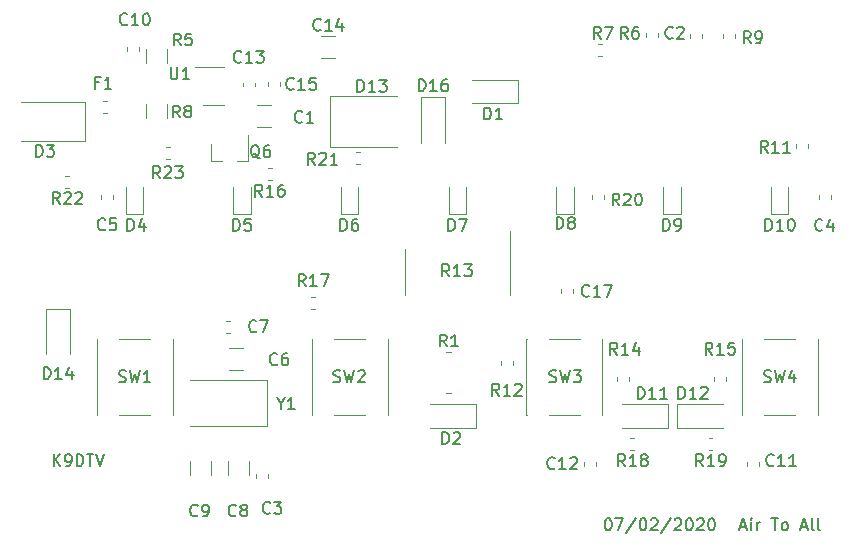
<source format=gbr>
G04 #@! TF.GenerationSoftware,KiCad,Pcbnew,(5.1.5)-3*
G04 #@! TF.CreationDate,2020-08-02T12:18:09-07:00*
G04 #@! TF.ProjectId,4-mill-vent,342d6d69-6c6c-42d7-9665-6e742e6b6963,rev?*
G04 #@! TF.SameCoordinates,Original*
G04 #@! TF.FileFunction,Legend,Top*
G04 #@! TF.FilePolarity,Positive*
%FSLAX46Y46*%
G04 Gerber Fmt 4.6, Leading zero omitted, Abs format (unit mm)*
G04 Created by KiCad (PCBNEW (5.1.5)-3) date 2020-08-02 12:18:09*
%MOMM*%
%LPD*%
G04 APERTURE LIST*
%ADD10C,0.150000*%
%ADD11C,0.120000*%
G04 APERTURE END LIST*
D10*
X105648380Y-108275380D02*
X105648380Y-107275380D01*
X106219809Y-108275380D02*
X105791238Y-107703952D01*
X106219809Y-107275380D02*
X105648380Y-107846809D01*
X106696000Y-108275380D02*
X106886476Y-108275380D01*
X106981714Y-108227761D01*
X107029333Y-108180142D01*
X107124571Y-108037285D01*
X107172190Y-107846809D01*
X107172190Y-107465857D01*
X107124571Y-107370619D01*
X107076952Y-107323000D01*
X106981714Y-107275380D01*
X106791238Y-107275380D01*
X106696000Y-107323000D01*
X106648380Y-107370619D01*
X106600761Y-107465857D01*
X106600761Y-107703952D01*
X106648380Y-107799190D01*
X106696000Y-107846809D01*
X106791238Y-107894428D01*
X106981714Y-107894428D01*
X107076952Y-107846809D01*
X107124571Y-107799190D01*
X107172190Y-107703952D01*
X107600761Y-108275380D02*
X107600761Y-107275380D01*
X107838857Y-107275380D01*
X107981714Y-107323000D01*
X108076952Y-107418238D01*
X108124571Y-107513476D01*
X108172190Y-107703952D01*
X108172190Y-107846809D01*
X108124571Y-108037285D01*
X108076952Y-108132523D01*
X107981714Y-108227761D01*
X107838857Y-108275380D01*
X107600761Y-108275380D01*
X108457904Y-107275380D02*
X109029333Y-107275380D01*
X108743619Y-108275380D02*
X108743619Y-107275380D01*
X109219809Y-107275380D02*
X109553142Y-108275380D01*
X109886476Y-107275380D01*
X152561428Y-112702380D02*
X152656666Y-112702380D01*
X152751904Y-112750000D01*
X152799523Y-112797619D01*
X152847142Y-112892857D01*
X152894761Y-113083333D01*
X152894761Y-113321428D01*
X152847142Y-113511904D01*
X152799523Y-113607142D01*
X152751904Y-113654761D01*
X152656666Y-113702380D01*
X152561428Y-113702380D01*
X152466190Y-113654761D01*
X152418571Y-113607142D01*
X152370952Y-113511904D01*
X152323333Y-113321428D01*
X152323333Y-113083333D01*
X152370952Y-112892857D01*
X152418571Y-112797619D01*
X152466190Y-112750000D01*
X152561428Y-112702380D01*
X153228095Y-112702380D02*
X153894761Y-112702380D01*
X153466190Y-113702380D01*
X154990000Y-112654761D02*
X154132857Y-113940476D01*
X155513809Y-112702380D02*
X155609047Y-112702380D01*
X155704285Y-112750000D01*
X155751904Y-112797619D01*
X155799523Y-112892857D01*
X155847142Y-113083333D01*
X155847142Y-113321428D01*
X155799523Y-113511904D01*
X155751904Y-113607142D01*
X155704285Y-113654761D01*
X155609047Y-113702380D01*
X155513809Y-113702380D01*
X155418571Y-113654761D01*
X155370952Y-113607142D01*
X155323333Y-113511904D01*
X155275714Y-113321428D01*
X155275714Y-113083333D01*
X155323333Y-112892857D01*
X155370952Y-112797619D01*
X155418571Y-112750000D01*
X155513809Y-112702380D01*
X156228095Y-112797619D02*
X156275714Y-112750000D01*
X156370952Y-112702380D01*
X156609047Y-112702380D01*
X156704285Y-112750000D01*
X156751904Y-112797619D01*
X156799523Y-112892857D01*
X156799523Y-112988095D01*
X156751904Y-113130952D01*
X156180476Y-113702380D01*
X156799523Y-113702380D01*
X157942380Y-112654761D02*
X157085238Y-113940476D01*
X158228095Y-112797619D02*
X158275714Y-112750000D01*
X158370952Y-112702380D01*
X158609047Y-112702380D01*
X158704285Y-112750000D01*
X158751904Y-112797619D01*
X158799523Y-112892857D01*
X158799523Y-112988095D01*
X158751904Y-113130952D01*
X158180476Y-113702380D01*
X158799523Y-113702380D01*
X159418571Y-112702380D02*
X159513809Y-112702380D01*
X159609047Y-112750000D01*
X159656666Y-112797619D01*
X159704285Y-112892857D01*
X159751904Y-113083333D01*
X159751904Y-113321428D01*
X159704285Y-113511904D01*
X159656666Y-113607142D01*
X159609047Y-113654761D01*
X159513809Y-113702380D01*
X159418571Y-113702380D01*
X159323333Y-113654761D01*
X159275714Y-113607142D01*
X159228095Y-113511904D01*
X159180476Y-113321428D01*
X159180476Y-113083333D01*
X159228095Y-112892857D01*
X159275714Y-112797619D01*
X159323333Y-112750000D01*
X159418571Y-112702380D01*
X160132857Y-112797619D02*
X160180476Y-112750000D01*
X160275714Y-112702380D01*
X160513809Y-112702380D01*
X160609047Y-112750000D01*
X160656666Y-112797619D01*
X160704285Y-112892857D01*
X160704285Y-112988095D01*
X160656666Y-113130952D01*
X160085238Y-113702380D01*
X160704285Y-113702380D01*
X161323333Y-112702380D02*
X161418571Y-112702380D01*
X161513809Y-112750000D01*
X161561428Y-112797619D01*
X161609047Y-112892857D01*
X161656666Y-113083333D01*
X161656666Y-113321428D01*
X161609047Y-113511904D01*
X161561428Y-113607142D01*
X161513809Y-113654761D01*
X161418571Y-113702380D01*
X161323333Y-113702380D01*
X161228095Y-113654761D01*
X161180476Y-113607142D01*
X161132857Y-113511904D01*
X161085238Y-113321428D01*
X161085238Y-113083333D01*
X161132857Y-112892857D01*
X161180476Y-112797619D01*
X161228095Y-112750000D01*
X161323333Y-112702380D01*
X163816666Y-113416666D02*
X164292857Y-113416666D01*
X163721428Y-113702380D02*
X164054761Y-112702380D01*
X164388095Y-113702380D01*
X164721428Y-113702380D02*
X164721428Y-113035714D01*
X164721428Y-112702380D02*
X164673809Y-112750000D01*
X164721428Y-112797619D01*
X164769047Y-112750000D01*
X164721428Y-112702380D01*
X164721428Y-112797619D01*
X165197619Y-113702380D02*
X165197619Y-113035714D01*
X165197619Y-113226190D02*
X165245238Y-113130952D01*
X165292857Y-113083333D01*
X165388095Y-113035714D01*
X165483333Y-113035714D01*
X166435714Y-112702380D02*
X167007142Y-112702380D01*
X166721428Y-113702380D02*
X166721428Y-112702380D01*
X167483333Y-113702380D02*
X167388095Y-113654761D01*
X167340476Y-113607142D01*
X167292857Y-113511904D01*
X167292857Y-113226190D01*
X167340476Y-113130952D01*
X167388095Y-113083333D01*
X167483333Y-113035714D01*
X167626190Y-113035714D01*
X167721428Y-113083333D01*
X167769047Y-113130952D01*
X167816666Y-113226190D01*
X167816666Y-113511904D01*
X167769047Y-113607142D01*
X167721428Y-113654761D01*
X167626190Y-113702380D01*
X167483333Y-113702380D01*
X168959523Y-113416666D02*
X169435714Y-113416666D01*
X168864285Y-113702380D02*
X169197619Y-112702380D01*
X169530952Y-113702380D01*
X170007142Y-113702380D02*
X169911904Y-113654761D01*
X169864285Y-113559523D01*
X169864285Y-112702380D01*
X170530952Y-113702380D02*
X170435714Y-113654761D01*
X170388095Y-113559523D01*
X170388095Y-112702380D01*
D11*
X148588000Y-93309221D02*
X148588000Y-93634779D01*
X149608000Y-93309221D02*
X149608000Y-93634779D01*
X138918517Y-102040000D02*
X139284483Y-102040000D01*
X138918517Y-98620000D02*
X139284483Y-98620000D01*
X138795000Y-77051000D02*
X138795000Y-80901000D01*
X136795000Y-77051000D02*
X136795000Y-80901000D01*
X138795000Y-77051000D02*
X136795000Y-77051000D01*
X107045000Y-94955000D02*
X107045000Y-98805000D01*
X105045000Y-94955000D02*
X105045000Y-98805000D01*
X107045000Y-94955000D02*
X105045000Y-94955000D01*
X158458000Y-103013000D02*
X162308000Y-103013000D01*
X158458000Y-105013000D02*
X162308000Y-105013000D01*
X158458000Y-103013000D02*
X158458000Y-105013000D01*
X157645000Y-105013000D02*
X153795000Y-105013000D01*
X157645000Y-103013000D02*
X153795000Y-103013000D01*
X157645000Y-105013000D02*
X157645000Y-103013000D01*
X141392000Y-105038400D02*
X137542000Y-105038400D01*
X141392000Y-103038400D02*
X137542000Y-103038400D01*
X141392000Y-105038400D02*
X141392000Y-103038400D01*
X144932800Y-77566500D02*
X141082800Y-77566500D01*
X144932800Y-75566500D02*
X141082800Y-75566500D01*
X144932800Y-77566500D02*
X144932800Y-75566500D01*
X128305936Y-73681000D02*
X129510064Y-73681000D01*
X128305936Y-71861000D02*
X129510064Y-71861000D01*
X115478779Y-81278000D02*
X115153221Y-81278000D01*
X115478779Y-82298000D02*
X115153221Y-82298000D01*
X115752000Y-103941000D02*
X115752000Y-97481000D01*
X111222000Y-103941000D02*
X113822000Y-103941000D01*
X109292000Y-103941000D02*
X109292000Y-97481000D01*
X111222000Y-97481000D02*
X113822000Y-97481000D01*
X109322000Y-103941000D02*
X109292000Y-103941000D01*
X115752000Y-103941000D02*
X115722000Y-103941000D01*
X115752000Y-97481000D02*
X115722000Y-97481000D01*
X109292000Y-97481000D02*
X109322000Y-97481000D01*
X127502000Y-97481000D02*
X127502000Y-103941000D01*
X132032000Y-97481000D02*
X129432000Y-97481000D01*
X133962000Y-97481000D02*
X133962000Y-103941000D01*
X132032000Y-103941000D02*
X129432000Y-103941000D01*
X133932000Y-97481000D02*
X133962000Y-97481000D01*
X127502000Y-97481000D02*
X127532000Y-97481000D01*
X127502000Y-103941000D02*
X127532000Y-103941000D01*
X133962000Y-103941000D02*
X133932000Y-103941000D01*
X106969779Y-83691000D02*
X106644221Y-83691000D01*
X106969779Y-84711000D02*
X106644221Y-84711000D01*
X131282221Y-82679000D02*
X131607779Y-82679000D01*
X131282221Y-81659000D02*
X131607779Y-81659000D01*
X127797779Y-93978000D02*
X127472221Y-93978000D01*
X127797779Y-94998000D02*
X127472221Y-94998000D01*
X124114779Y-83056000D02*
X123789221Y-83056000D01*
X124114779Y-84076000D02*
X123789221Y-84076000D01*
X118943000Y-82421000D02*
X118943000Y-80961000D01*
X122103000Y-82421000D02*
X122103000Y-80261000D01*
X122103000Y-82421000D02*
X121173000Y-82421000D01*
X118943000Y-82421000D02*
X119873000Y-82421000D01*
X129047000Y-76971000D02*
X134747000Y-76971000D01*
X129047000Y-81271000D02*
X134747000Y-81271000D01*
X129047000Y-76971000D02*
X129047000Y-81271000D01*
X123823000Y-75783221D02*
X123823000Y-76108779D01*
X124843000Y-75783221D02*
X124843000Y-76108779D01*
X122844936Y-79523000D02*
X124049064Y-79523000D01*
X122844936Y-77703000D02*
X124049064Y-77703000D01*
X112905000Y-72760721D02*
X112905000Y-73086279D01*
X111885000Y-72760721D02*
X111885000Y-73086279D01*
X161109221Y-106936000D02*
X161434779Y-106936000D01*
X161109221Y-105916000D02*
X161434779Y-105916000D01*
X154459821Y-106897900D02*
X154785379Y-106897900D01*
X154459821Y-105877900D02*
X154785379Y-105877900D01*
X151601900Y-108265279D02*
X151601900Y-107939721D01*
X150581900Y-108265279D02*
X150581900Y-107939721D01*
X165356000Y-108239779D02*
X165356000Y-107914221D01*
X164336000Y-108239779D02*
X164336000Y-107914221D01*
X110144779Y-78361000D02*
X109819221Y-78361000D01*
X110144779Y-77341000D02*
X109819221Y-77341000D01*
X108302000Y-80771000D02*
X108302000Y-77471000D01*
X108302000Y-77471000D02*
X102902000Y-77471000D01*
X108302000Y-80771000D02*
X102902000Y-80771000D01*
X109662500Y-85308221D02*
X109662500Y-85633779D01*
X110682500Y-85308221D02*
X110682500Y-85633779D01*
X170462000Y-85298221D02*
X170462000Y-85623779D01*
X171482000Y-85298221D02*
X171482000Y-85623779D01*
X122829300Y-108935021D02*
X122829300Y-109260579D01*
X123849300Y-108935021D02*
X123849300Y-109260579D01*
X160592000Y-71983779D02*
X160592000Y-71658221D01*
X159572000Y-71983779D02*
X159572000Y-71658221D01*
X121692364Y-98311500D02*
X120488236Y-98311500D01*
X121692364Y-100131500D02*
X120488236Y-100131500D01*
X117169300Y-107818236D02*
X117169300Y-109022364D01*
X118989300Y-107818236D02*
X118989300Y-109022364D01*
X120409300Y-107828236D02*
X120409300Y-109032364D01*
X122229300Y-107828236D02*
X122229300Y-109032364D01*
X113444200Y-77617036D02*
X113444200Y-78821164D01*
X115264200Y-77617036D02*
X115264200Y-78821164D01*
X113444200Y-72943436D02*
X113444200Y-74147564D01*
X115264200Y-72943436D02*
X115264200Y-74147564D01*
X123764300Y-101005300D02*
X117214300Y-101005300D01*
X123764300Y-104905300D02*
X123764300Y-101005300D01*
X117214300Y-104905300D02*
X123764300Y-104905300D01*
X120067500Y-74472500D02*
X117617500Y-74472500D01*
X118267500Y-77692500D02*
X120067500Y-77692500D01*
X152124800Y-103941000D02*
X152124800Y-97481000D01*
X147594800Y-103941000D02*
X150194800Y-103941000D01*
X145664800Y-103941000D02*
X145664800Y-97481000D01*
X147594800Y-97481000D02*
X150194800Y-97481000D01*
X145694800Y-103941000D02*
X145664800Y-103941000D01*
X152124800Y-103941000D02*
X152094800Y-103941000D01*
X152124800Y-97481000D02*
X152094800Y-97481000D01*
X145664800Y-97481000D02*
X145694800Y-97481000D01*
X163902000Y-97481000D02*
X163902000Y-103941000D01*
X168432000Y-97481000D02*
X165832000Y-97481000D01*
X170362000Y-97481000D02*
X170362000Y-103941000D01*
X168432000Y-103941000D02*
X165832000Y-103941000D01*
X170332000Y-97481000D02*
X170362000Y-97481000D01*
X163902000Y-97481000D02*
X163932000Y-97481000D01*
X163902000Y-103941000D02*
X163932000Y-103941000D01*
X170362000Y-103941000D02*
X170332000Y-103941000D01*
X162625500Y-101026079D02*
X162625500Y-100700521D01*
X161605500Y-101026079D02*
X161605500Y-100700521D01*
X154342000Y-101026279D02*
X154342000Y-100700721D01*
X153322000Y-101026279D02*
X153322000Y-100700721D01*
X167867000Y-86956000D02*
X167867000Y-84671000D01*
X166397000Y-86956000D02*
X167867000Y-86956000D01*
X166397000Y-84671000D02*
X166397000Y-86956000D01*
X158735700Y-86956000D02*
X158735700Y-84671000D01*
X157265700Y-86956000D02*
X158735700Y-86956000D01*
X157265700Y-84671000D02*
X157265700Y-86956000D01*
X149693300Y-86930600D02*
X149693300Y-84645600D01*
X148223300Y-86930600D02*
X149693300Y-86930600D01*
X148223300Y-84645600D02*
X148223300Y-86930600D01*
X140562000Y-86956000D02*
X140562000Y-84671000D01*
X139092000Y-86956000D02*
X140562000Y-86956000D01*
X139092000Y-84671000D02*
X139092000Y-86956000D01*
X131418000Y-86956000D02*
X131418000Y-84671000D01*
X129948000Y-86956000D02*
X131418000Y-86956000D01*
X129948000Y-84671000D02*
X129948000Y-86956000D01*
X122337500Y-86956000D02*
X122337500Y-84671000D01*
X120867500Y-86956000D02*
X122337500Y-86956000D01*
X120867500Y-84671000D02*
X120867500Y-86956000D01*
X113257000Y-86956000D02*
X113257000Y-84671000D01*
X111787000Y-86956000D02*
X113257000Y-86956000D01*
X111787000Y-84671000D02*
X111787000Y-86956000D01*
X155827000Y-71592221D02*
X155827000Y-71917779D01*
X156847000Y-71592221D02*
X156847000Y-71917779D01*
X152275000Y-85671879D02*
X152275000Y-85346321D01*
X151255000Y-85671879D02*
X151255000Y-85346321D01*
X143508000Y-99405221D02*
X143508000Y-99730779D01*
X144528000Y-99405221D02*
X144528000Y-99730779D01*
X168527000Y-81015721D02*
X168527000Y-81341279D01*
X169547000Y-81015721D02*
X169547000Y-81341279D01*
X162304000Y-71719221D02*
X162304000Y-72044779D01*
X163324000Y-71719221D02*
X163324000Y-72044779D01*
X152054779Y-72515000D02*
X151729221Y-72515000D01*
X152054779Y-73535000D02*
X151729221Y-73535000D01*
X121718200Y-75792721D02*
X121718200Y-76118279D01*
X122738200Y-75792721D02*
X122738200Y-76118279D01*
X120618079Y-95968300D02*
X120292521Y-95968300D01*
X120618079Y-96988300D02*
X120292521Y-96988300D01*
X144262000Y-91821000D02*
X144262000Y-88371000D01*
X144262000Y-91821000D02*
X144262000Y-93771000D01*
X135392000Y-91821000D02*
X135392000Y-89871000D01*
X135392000Y-91821000D02*
X135392000Y-93771000D01*
D10*
X150995142Y-93829142D02*
X150947523Y-93876761D01*
X150804666Y-93924380D01*
X150709428Y-93924380D01*
X150566571Y-93876761D01*
X150471333Y-93781523D01*
X150423714Y-93686285D01*
X150376095Y-93495809D01*
X150376095Y-93352952D01*
X150423714Y-93162476D01*
X150471333Y-93067238D01*
X150566571Y-92972000D01*
X150709428Y-92924380D01*
X150804666Y-92924380D01*
X150947523Y-92972000D01*
X150995142Y-93019619D01*
X151947523Y-93924380D02*
X151376095Y-93924380D01*
X151661809Y-93924380D02*
X151661809Y-92924380D01*
X151566571Y-93067238D01*
X151471333Y-93162476D01*
X151376095Y-93210095D01*
X152280857Y-92924380D02*
X152947523Y-92924380D01*
X152518952Y-93924380D01*
X138934833Y-98132380D02*
X138601500Y-97656190D01*
X138363404Y-98132380D02*
X138363404Y-97132380D01*
X138744357Y-97132380D01*
X138839595Y-97180000D01*
X138887214Y-97227619D01*
X138934833Y-97322857D01*
X138934833Y-97465714D01*
X138887214Y-97560952D01*
X138839595Y-97608571D01*
X138744357Y-97656190D01*
X138363404Y-97656190D01*
X139887214Y-98132380D02*
X139315785Y-98132380D01*
X139601500Y-98132380D02*
X139601500Y-97132380D01*
X139506261Y-97275238D01*
X139411023Y-97370476D01*
X139315785Y-97418095D01*
X136580714Y-76525380D02*
X136580714Y-75525380D01*
X136818809Y-75525380D01*
X136961666Y-75573000D01*
X137056904Y-75668238D01*
X137104523Y-75763476D01*
X137152142Y-75953952D01*
X137152142Y-76096809D01*
X137104523Y-76287285D01*
X137056904Y-76382523D01*
X136961666Y-76477761D01*
X136818809Y-76525380D01*
X136580714Y-76525380D01*
X138104523Y-76525380D02*
X137533095Y-76525380D01*
X137818809Y-76525380D02*
X137818809Y-75525380D01*
X137723571Y-75668238D01*
X137628333Y-75763476D01*
X137533095Y-75811095D01*
X138961666Y-75525380D02*
X138771190Y-75525380D01*
X138675952Y-75573000D01*
X138628333Y-75620619D01*
X138533095Y-75763476D01*
X138485476Y-75953952D01*
X138485476Y-76334904D01*
X138533095Y-76430142D01*
X138580714Y-76477761D01*
X138675952Y-76525380D01*
X138866428Y-76525380D01*
X138961666Y-76477761D01*
X139009285Y-76430142D01*
X139056904Y-76334904D01*
X139056904Y-76096809D01*
X139009285Y-76001571D01*
X138961666Y-75953952D01*
X138866428Y-75906333D01*
X138675952Y-75906333D01*
X138580714Y-75953952D01*
X138533095Y-76001571D01*
X138485476Y-76096809D01*
X104830714Y-100909380D02*
X104830714Y-99909380D01*
X105068809Y-99909380D01*
X105211666Y-99957000D01*
X105306904Y-100052238D01*
X105354523Y-100147476D01*
X105402142Y-100337952D01*
X105402142Y-100480809D01*
X105354523Y-100671285D01*
X105306904Y-100766523D01*
X105211666Y-100861761D01*
X105068809Y-100909380D01*
X104830714Y-100909380D01*
X106354523Y-100909380D02*
X105783095Y-100909380D01*
X106068809Y-100909380D02*
X106068809Y-99909380D01*
X105973571Y-100052238D01*
X105878333Y-100147476D01*
X105783095Y-100195095D01*
X107211666Y-100242714D02*
X107211666Y-100909380D01*
X106973571Y-99861761D02*
X106735476Y-100576047D01*
X107354523Y-100576047D01*
X158551714Y-102560380D02*
X158551714Y-101560380D01*
X158789809Y-101560380D01*
X158932666Y-101608000D01*
X159027904Y-101703238D01*
X159075523Y-101798476D01*
X159123142Y-101988952D01*
X159123142Y-102131809D01*
X159075523Y-102322285D01*
X159027904Y-102417523D01*
X158932666Y-102512761D01*
X158789809Y-102560380D01*
X158551714Y-102560380D01*
X160075523Y-102560380D02*
X159504095Y-102560380D01*
X159789809Y-102560380D02*
X159789809Y-101560380D01*
X159694571Y-101703238D01*
X159599333Y-101798476D01*
X159504095Y-101846095D01*
X160456476Y-101655619D02*
X160504095Y-101608000D01*
X160599333Y-101560380D01*
X160837428Y-101560380D01*
X160932666Y-101608000D01*
X160980285Y-101655619D01*
X161027904Y-101750857D01*
X161027904Y-101846095D01*
X160980285Y-101988952D01*
X160408857Y-102560380D01*
X161027904Y-102560380D01*
X155122714Y-102560380D02*
X155122714Y-101560380D01*
X155360809Y-101560380D01*
X155503666Y-101608000D01*
X155598904Y-101703238D01*
X155646523Y-101798476D01*
X155694142Y-101988952D01*
X155694142Y-102131809D01*
X155646523Y-102322285D01*
X155598904Y-102417523D01*
X155503666Y-102512761D01*
X155360809Y-102560380D01*
X155122714Y-102560380D01*
X156646523Y-102560380D02*
X156075095Y-102560380D01*
X156360809Y-102560380D02*
X156360809Y-101560380D01*
X156265571Y-101703238D01*
X156170333Y-101798476D01*
X156075095Y-101846095D01*
X157598904Y-102560380D02*
X157027476Y-102560380D01*
X157313190Y-102560380D02*
X157313190Y-101560380D01*
X157217952Y-101703238D01*
X157122714Y-101798476D01*
X157027476Y-101846095D01*
X138580904Y-106395780D02*
X138580904Y-105395780D01*
X138819000Y-105395780D01*
X138961857Y-105443400D01*
X139057095Y-105538638D01*
X139104714Y-105633876D01*
X139152333Y-105824352D01*
X139152333Y-105967209D01*
X139104714Y-106157685D01*
X139057095Y-106252923D01*
X138961857Y-106348161D01*
X138819000Y-106395780D01*
X138580904Y-106395780D01*
X139533285Y-105491019D02*
X139580904Y-105443400D01*
X139676142Y-105395780D01*
X139914238Y-105395780D01*
X140009476Y-105443400D01*
X140057095Y-105491019D01*
X140104714Y-105586257D01*
X140104714Y-105681495D01*
X140057095Y-105824352D01*
X139485666Y-106395780D01*
X140104714Y-106395780D01*
X142121704Y-78923880D02*
X142121704Y-77923880D01*
X142359800Y-77923880D01*
X142502657Y-77971500D01*
X142597895Y-78066738D01*
X142645514Y-78161976D01*
X142693133Y-78352452D01*
X142693133Y-78495309D01*
X142645514Y-78685785D01*
X142597895Y-78781023D01*
X142502657Y-78876261D01*
X142359800Y-78923880D01*
X142121704Y-78923880D01*
X143645514Y-78923880D02*
X143074085Y-78923880D01*
X143359800Y-78923880D02*
X143359800Y-77923880D01*
X143264561Y-78066738D01*
X143169323Y-78161976D01*
X143074085Y-78209595D01*
X128265142Y-71308142D02*
X128217523Y-71355761D01*
X128074666Y-71403380D01*
X127979428Y-71403380D01*
X127836571Y-71355761D01*
X127741333Y-71260523D01*
X127693714Y-71165285D01*
X127646095Y-70974809D01*
X127646095Y-70831952D01*
X127693714Y-70641476D01*
X127741333Y-70546238D01*
X127836571Y-70451000D01*
X127979428Y-70403380D01*
X128074666Y-70403380D01*
X128217523Y-70451000D01*
X128265142Y-70498619D01*
X129217523Y-71403380D02*
X128646095Y-71403380D01*
X128931809Y-71403380D02*
X128931809Y-70403380D01*
X128836571Y-70546238D01*
X128741333Y-70641476D01*
X128646095Y-70689095D01*
X130074666Y-70736714D02*
X130074666Y-71403380D01*
X129836571Y-70355761D02*
X129598476Y-71070047D01*
X130217523Y-71070047D01*
X114673142Y-83891380D02*
X114339809Y-83415190D01*
X114101714Y-83891380D02*
X114101714Y-82891380D01*
X114482666Y-82891380D01*
X114577904Y-82939000D01*
X114625523Y-82986619D01*
X114673142Y-83081857D01*
X114673142Y-83224714D01*
X114625523Y-83319952D01*
X114577904Y-83367571D01*
X114482666Y-83415190D01*
X114101714Y-83415190D01*
X115054095Y-82986619D02*
X115101714Y-82939000D01*
X115196952Y-82891380D01*
X115435047Y-82891380D01*
X115530285Y-82939000D01*
X115577904Y-82986619D01*
X115625523Y-83081857D01*
X115625523Y-83177095D01*
X115577904Y-83319952D01*
X115006476Y-83891380D01*
X115625523Y-83891380D01*
X115958857Y-82891380D02*
X116577904Y-82891380D01*
X116244571Y-83272333D01*
X116387428Y-83272333D01*
X116482666Y-83319952D01*
X116530285Y-83367571D01*
X116577904Y-83462809D01*
X116577904Y-83700904D01*
X116530285Y-83796142D01*
X116482666Y-83843761D01*
X116387428Y-83891380D01*
X116101714Y-83891380D01*
X116006476Y-83843761D01*
X115958857Y-83796142D01*
X111188666Y-101115761D02*
X111331523Y-101163380D01*
X111569619Y-101163380D01*
X111664857Y-101115761D01*
X111712476Y-101068142D01*
X111760095Y-100972904D01*
X111760095Y-100877666D01*
X111712476Y-100782428D01*
X111664857Y-100734809D01*
X111569619Y-100687190D01*
X111379142Y-100639571D01*
X111283904Y-100591952D01*
X111236285Y-100544333D01*
X111188666Y-100449095D01*
X111188666Y-100353857D01*
X111236285Y-100258619D01*
X111283904Y-100211000D01*
X111379142Y-100163380D01*
X111617238Y-100163380D01*
X111760095Y-100211000D01*
X112093428Y-100163380D02*
X112331523Y-101163380D01*
X112522000Y-100449095D01*
X112712476Y-101163380D01*
X112950571Y-100163380D01*
X113855333Y-101163380D02*
X113283904Y-101163380D01*
X113569619Y-101163380D02*
X113569619Y-100163380D01*
X113474380Y-100306238D01*
X113379142Y-100401476D01*
X113283904Y-100449095D01*
X129349666Y-101115761D02*
X129492523Y-101163380D01*
X129730619Y-101163380D01*
X129825857Y-101115761D01*
X129873476Y-101068142D01*
X129921095Y-100972904D01*
X129921095Y-100877666D01*
X129873476Y-100782428D01*
X129825857Y-100734809D01*
X129730619Y-100687190D01*
X129540142Y-100639571D01*
X129444904Y-100591952D01*
X129397285Y-100544333D01*
X129349666Y-100449095D01*
X129349666Y-100353857D01*
X129397285Y-100258619D01*
X129444904Y-100211000D01*
X129540142Y-100163380D01*
X129778238Y-100163380D01*
X129921095Y-100211000D01*
X130254428Y-100163380D02*
X130492523Y-101163380D01*
X130683000Y-100449095D01*
X130873476Y-101163380D01*
X131111571Y-100163380D01*
X131444904Y-100258619D02*
X131492523Y-100211000D01*
X131587761Y-100163380D01*
X131825857Y-100163380D01*
X131921095Y-100211000D01*
X131968714Y-100258619D01*
X132016333Y-100353857D01*
X132016333Y-100449095D01*
X131968714Y-100591952D01*
X131397285Y-101163380D01*
X132016333Y-101163380D01*
X106164142Y-86083380D02*
X105830809Y-85607190D01*
X105592714Y-86083380D02*
X105592714Y-85083380D01*
X105973666Y-85083380D01*
X106068904Y-85131000D01*
X106116523Y-85178619D01*
X106164142Y-85273857D01*
X106164142Y-85416714D01*
X106116523Y-85511952D01*
X106068904Y-85559571D01*
X105973666Y-85607190D01*
X105592714Y-85607190D01*
X106545095Y-85178619D02*
X106592714Y-85131000D01*
X106687952Y-85083380D01*
X106926047Y-85083380D01*
X107021285Y-85131000D01*
X107068904Y-85178619D01*
X107116523Y-85273857D01*
X107116523Y-85369095D01*
X107068904Y-85511952D01*
X106497476Y-86083380D01*
X107116523Y-86083380D01*
X107497476Y-85178619D02*
X107545095Y-85131000D01*
X107640333Y-85083380D01*
X107878428Y-85083380D01*
X107973666Y-85131000D01*
X108021285Y-85178619D01*
X108068904Y-85273857D01*
X108068904Y-85369095D01*
X108021285Y-85511952D01*
X107449857Y-86083380D01*
X108068904Y-86083380D01*
X127779642Y-82748380D02*
X127446309Y-82272190D01*
X127208214Y-82748380D02*
X127208214Y-81748380D01*
X127589166Y-81748380D01*
X127684404Y-81796000D01*
X127732023Y-81843619D01*
X127779642Y-81938857D01*
X127779642Y-82081714D01*
X127732023Y-82176952D01*
X127684404Y-82224571D01*
X127589166Y-82272190D01*
X127208214Y-82272190D01*
X128160595Y-81843619D02*
X128208214Y-81796000D01*
X128303452Y-81748380D01*
X128541547Y-81748380D01*
X128636785Y-81796000D01*
X128684404Y-81843619D01*
X128732023Y-81938857D01*
X128732023Y-82034095D01*
X128684404Y-82176952D01*
X128112976Y-82748380D01*
X128732023Y-82748380D01*
X129684404Y-82748380D02*
X129112976Y-82748380D01*
X129398690Y-82748380D02*
X129398690Y-81748380D01*
X129303452Y-81891238D01*
X129208214Y-81986476D01*
X129112976Y-82034095D01*
X126992142Y-93035380D02*
X126658809Y-92559190D01*
X126420714Y-93035380D02*
X126420714Y-92035380D01*
X126801666Y-92035380D01*
X126896904Y-92083000D01*
X126944523Y-92130619D01*
X126992142Y-92225857D01*
X126992142Y-92368714D01*
X126944523Y-92463952D01*
X126896904Y-92511571D01*
X126801666Y-92559190D01*
X126420714Y-92559190D01*
X127944523Y-93035380D02*
X127373095Y-93035380D01*
X127658809Y-93035380D02*
X127658809Y-92035380D01*
X127563571Y-92178238D01*
X127468333Y-92273476D01*
X127373095Y-92321095D01*
X128277857Y-92035380D02*
X128944523Y-92035380D01*
X128515952Y-93035380D01*
X123309142Y-85448380D02*
X122975809Y-84972190D01*
X122737714Y-85448380D02*
X122737714Y-84448380D01*
X123118666Y-84448380D01*
X123213904Y-84496000D01*
X123261523Y-84543619D01*
X123309142Y-84638857D01*
X123309142Y-84781714D01*
X123261523Y-84876952D01*
X123213904Y-84924571D01*
X123118666Y-84972190D01*
X122737714Y-84972190D01*
X124261523Y-85448380D02*
X123690095Y-85448380D01*
X123975809Y-85448380D02*
X123975809Y-84448380D01*
X123880571Y-84591238D01*
X123785333Y-84686476D01*
X123690095Y-84734095D01*
X125118666Y-84448380D02*
X124928190Y-84448380D01*
X124832952Y-84496000D01*
X124785333Y-84543619D01*
X124690095Y-84686476D01*
X124642476Y-84876952D01*
X124642476Y-85257904D01*
X124690095Y-85353142D01*
X124737714Y-85400761D01*
X124832952Y-85448380D01*
X125023428Y-85448380D01*
X125118666Y-85400761D01*
X125166285Y-85353142D01*
X125213904Y-85257904D01*
X125213904Y-85019809D01*
X125166285Y-84924571D01*
X125118666Y-84876952D01*
X125023428Y-84829333D01*
X124832952Y-84829333D01*
X124737714Y-84876952D01*
X124690095Y-84924571D01*
X124642476Y-85019809D01*
X123094761Y-82208619D02*
X122999523Y-82161000D01*
X122904285Y-82065761D01*
X122761428Y-81922904D01*
X122666190Y-81875285D01*
X122570952Y-81875285D01*
X122618571Y-82113380D02*
X122523333Y-82065761D01*
X122428095Y-81970523D01*
X122380476Y-81780047D01*
X122380476Y-81446714D01*
X122428095Y-81256238D01*
X122523333Y-81161000D01*
X122618571Y-81113380D01*
X122809047Y-81113380D01*
X122904285Y-81161000D01*
X122999523Y-81256238D01*
X123047142Y-81446714D01*
X123047142Y-81780047D01*
X122999523Y-81970523D01*
X122904285Y-82065761D01*
X122809047Y-82113380D01*
X122618571Y-82113380D01*
X123904285Y-81113380D02*
X123713809Y-81113380D01*
X123618571Y-81161000D01*
X123570952Y-81208619D01*
X123475714Y-81351476D01*
X123428095Y-81541952D01*
X123428095Y-81922904D01*
X123475714Y-82018142D01*
X123523333Y-82065761D01*
X123618571Y-82113380D01*
X123809047Y-82113380D01*
X123904285Y-82065761D01*
X123951904Y-82018142D01*
X123999523Y-81922904D01*
X123999523Y-81684809D01*
X123951904Y-81589571D01*
X123904285Y-81541952D01*
X123809047Y-81494333D01*
X123618571Y-81494333D01*
X123523333Y-81541952D01*
X123475714Y-81589571D01*
X123428095Y-81684809D01*
X131382714Y-76573380D02*
X131382714Y-75573380D01*
X131620809Y-75573380D01*
X131763666Y-75621000D01*
X131858904Y-75716238D01*
X131906523Y-75811476D01*
X131954142Y-76001952D01*
X131954142Y-76144809D01*
X131906523Y-76335285D01*
X131858904Y-76430523D01*
X131763666Y-76525761D01*
X131620809Y-76573380D01*
X131382714Y-76573380D01*
X132906523Y-76573380D02*
X132335095Y-76573380D01*
X132620809Y-76573380D02*
X132620809Y-75573380D01*
X132525571Y-75716238D01*
X132430333Y-75811476D01*
X132335095Y-75859095D01*
X133239857Y-75573380D02*
X133858904Y-75573380D01*
X133525571Y-75954333D01*
X133668428Y-75954333D01*
X133763666Y-76001952D01*
X133811285Y-76049571D01*
X133858904Y-76144809D01*
X133858904Y-76382904D01*
X133811285Y-76478142D01*
X133763666Y-76525761D01*
X133668428Y-76573380D01*
X133382714Y-76573380D01*
X133287476Y-76525761D01*
X133239857Y-76478142D01*
X125976142Y-76303142D02*
X125928523Y-76350761D01*
X125785666Y-76398380D01*
X125690428Y-76398380D01*
X125547571Y-76350761D01*
X125452333Y-76255523D01*
X125404714Y-76160285D01*
X125357095Y-75969809D01*
X125357095Y-75826952D01*
X125404714Y-75636476D01*
X125452333Y-75541238D01*
X125547571Y-75446000D01*
X125690428Y-75398380D01*
X125785666Y-75398380D01*
X125928523Y-75446000D01*
X125976142Y-75493619D01*
X126928523Y-76398380D02*
X126357095Y-76398380D01*
X126642809Y-76398380D02*
X126642809Y-75398380D01*
X126547571Y-75541238D01*
X126452333Y-75636476D01*
X126357095Y-75684095D01*
X127833285Y-75398380D02*
X127357095Y-75398380D01*
X127309476Y-75874571D01*
X127357095Y-75826952D01*
X127452333Y-75779333D01*
X127690428Y-75779333D01*
X127785666Y-75826952D01*
X127833285Y-75874571D01*
X127880904Y-75969809D01*
X127880904Y-76207904D01*
X127833285Y-76303142D01*
X127785666Y-76350761D01*
X127690428Y-76398380D01*
X127452333Y-76398380D01*
X127357095Y-76350761D01*
X127309476Y-76303142D01*
X121531142Y-74017142D02*
X121483523Y-74064761D01*
X121340666Y-74112380D01*
X121245428Y-74112380D01*
X121102571Y-74064761D01*
X121007333Y-73969523D01*
X120959714Y-73874285D01*
X120912095Y-73683809D01*
X120912095Y-73540952D01*
X120959714Y-73350476D01*
X121007333Y-73255238D01*
X121102571Y-73160000D01*
X121245428Y-73112380D01*
X121340666Y-73112380D01*
X121483523Y-73160000D01*
X121531142Y-73207619D01*
X122483523Y-74112380D02*
X121912095Y-74112380D01*
X122197809Y-74112380D02*
X122197809Y-73112380D01*
X122102571Y-73255238D01*
X122007333Y-73350476D01*
X121912095Y-73398095D01*
X122816857Y-73112380D02*
X123435904Y-73112380D01*
X123102571Y-73493333D01*
X123245428Y-73493333D01*
X123340666Y-73540952D01*
X123388285Y-73588571D01*
X123435904Y-73683809D01*
X123435904Y-73921904D01*
X123388285Y-74017142D01*
X123340666Y-74064761D01*
X123245428Y-74112380D01*
X122959714Y-74112380D01*
X122864476Y-74064761D01*
X122816857Y-74017142D01*
X111879142Y-70842142D02*
X111831523Y-70889761D01*
X111688666Y-70937380D01*
X111593428Y-70937380D01*
X111450571Y-70889761D01*
X111355333Y-70794523D01*
X111307714Y-70699285D01*
X111260095Y-70508809D01*
X111260095Y-70365952D01*
X111307714Y-70175476D01*
X111355333Y-70080238D01*
X111450571Y-69985000D01*
X111593428Y-69937380D01*
X111688666Y-69937380D01*
X111831523Y-69985000D01*
X111879142Y-70032619D01*
X112831523Y-70937380D02*
X112260095Y-70937380D01*
X112545809Y-70937380D02*
X112545809Y-69937380D01*
X112450571Y-70080238D01*
X112355333Y-70175476D01*
X112260095Y-70223095D01*
X113450571Y-69937380D02*
X113545809Y-69937380D01*
X113641047Y-69985000D01*
X113688666Y-70032619D01*
X113736285Y-70127857D01*
X113783904Y-70318333D01*
X113783904Y-70556428D01*
X113736285Y-70746904D01*
X113688666Y-70842142D01*
X113641047Y-70889761D01*
X113545809Y-70937380D01*
X113450571Y-70937380D01*
X113355333Y-70889761D01*
X113307714Y-70842142D01*
X113260095Y-70746904D01*
X113212476Y-70556428D01*
X113212476Y-70318333D01*
X113260095Y-70127857D01*
X113307714Y-70032619D01*
X113355333Y-69985000D01*
X113450571Y-69937380D01*
X160647142Y-108275380D02*
X160313809Y-107799190D01*
X160075714Y-108275380D02*
X160075714Y-107275380D01*
X160456666Y-107275380D01*
X160551904Y-107323000D01*
X160599523Y-107370619D01*
X160647142Y-107465857D01*
X160647142Y-107608714D01*
X160599523Y-107703952D01*
X160551904Y-107751571D01*
X160456666Y-107799190D01*
X160075714Y-107799190D01*
X161599523Y-108275380D02*
X161028095Y-108275380D01*
X161313809Y-108275380D02*
X161313809Y-107275380D01*
X161218571Y-107418238D01*
X161123333Y-107513476D01*
X161028095Y-107561095D01*
X162075714Y-108275380D02*
X162266190Y-108275380D01*
X162361428Y-108227761D01*
X162409047Y-108180142D01*
X162504285Y-108037285D01*
X162551904Y-107846809D01*
X162551904Y-107465857D01*
X162504285Y-107370619D01*
X162456666Y-107323000D01*
X162361428Y-107275380D01*
X162170952Y-107275380D01*
X162075714Y-107323000D01*
X162028095Y-107370619D01*
X161980476Y-107465857D01*
X161980476Y-107703952D01*
X162028095Y-107799190D01*
X162075714Y-107846809D01*
X162170952Y-107894428D01*
X162361428Y-107894428D01*
X162456666Y-107846809D01*
X162504285Y-107799190D01*
X162551904Y-107703952D01*
X154043142Y-108275380D02*
X153709809Y-107799190D01*
X153471714Y-108275380D02*
X153471714Y-107275380D01*
X153852666Y-107275380D01*
X153947904Y-107323000D01*
X153995523Y-107370619D01*
X154043142Y-107465857D01*
X154043142Y-107608714D01*
X153995523Y-107703952D01*
X153947904Y-107751571D01*
X153852666Y-107799190D01*
X153471714Y-107799190D01*
X154995523Y-108275380D02*
X154424095Y-108275380D01*
X154709809Y-108275380D02*
X154709809Y-107275380D01*
X154614571Y-107418238D01*
X154519333Y-107513476D01*
X154424095Y-107561095D01*
X155566952Y-107703952D02*
X155471714Y-107656333D01*
X155424095Y-107608714D01*
X155376476Y-107513476D01*
X155376476Y-107465857D01*
X155424095Y-107370619D01*
X155471714Y-107323000D01*
X155566952Y-107275380D01*
X155757428Y-107275380D01*
X155852666Y-107323000D01*
X155900285Y-107370619D01*
X155947904Y-107465857D01*
X155947904Y-107513476D01*
X155900285Y-107608714D01*
X155852666Y-107656333D01*
X155757428Y-107703952D01*
X155566952Y-107703952D01*
X155471714Y-107751571D01*
X155424095Y-107799190D01*
X155376476Y-107894428D01*
X155376476Y-108084904D01*
X155424095Y-108180142D01*
X155471714Y-108227761D01*
X155566952Y-108275380D01*
X155757428Y-108275380D01*
X155852666Y-108227761D01*
X155900285Y-108180142D01*
X155947904Y-108084904D01*
X155947904Y-107894428D01*
X155900285Y-107799190D01*
X155852666Y-107751571D01*
X155757428Y-107703952D01*
X148074142Y-108434142D02*
X148026523Y-108481761D01*
X147883666Y-108529380D01*
X147788428Y-108529380D01*
X147645571Y-108481761D01*
X147550333Y-108386523D01*
X147502714Y-108291285D01*
X147455095Y-108100809D01*
X147455095Y-107957952D01*
X147502714Y-107767476D01*
X147550333Y-107672238D01*
X147645571Y-107577000D01*
X147788428Y-107529380D01*
X147883666Y-107529380D01*
X148026523Y-107577000D01*
X148074142Y-107624619D01*
X149026523Y-108529380D02*
X148455095Y-108529380D01*
X148740809Y-108529380D02*
X148740809Y-107529380D01*
X148645571Y-107672238D01*
X148550333Y-107767476D01*
X148455095Y-107815095D01*
X149407476Y-107624619D02*
X149455095Y-107577000D01*
X149550333Y-107529380D01*
X149788428Y-107529380D01*
X149883666Y-107577000D01*
X149931285Y-107624619D01*
X149978904Y-107719857D01*
X149978904Y-107815095D01*
X149931285Y-107957952D01*
X149359857Y-108529380D01*
X149978904Y-108529380D01*
X166616142Y-108180142D02*
X166568523Y-108227761D01*
X166425666Y-108275380D01*
X166330428Y-108275380D01*
X166187571Y-108227761D01*
X166092333Y-108132523D01*
X166044714Y-108037285D01*
X165997095Y-107846809D01*
X165997095Y-107703952D01*
X166044714Y-107513476D01*
X166092333Y-107418238D01*
X166187571Y-107323000D01*
X166330428Y-107275380D01*
X166425666Y-107275380D01*
X166568523Y-107323000D01*
X166616142Y-107370619D01*
X167568523Y-108275380D02*
X166997095Y-108275380D01*
X167282809Y-108275380D02*
X167282809Y-107275380D01*
X167187571Y-107418238D01*
X167092333Y-107513476D01*
X166997095Y-107561095D01*
X168520904Y-108275380D02*
X167949476Y-108275380D01*
X168235190Y-108275380D02*
X168235190Y-107275380D01*
X168139952Y-107418238D01*
X168044714Y-107513476D01*
X167949476Y-107561095D01*
X109501166Y-75779571D02*
X109167833Y-75779571D01*
X109167833Y-76303380D02*
X109167833Y-75303380D01*
X109644023Y-75303380D01*
X110548785Y-76303380D02*
X109977357Y-76303380D01*
X110263071Y-76303380D02*
X110263071Y-75303380D01*
X110167833Y-75446238D01*
X110072595Y-75541476D01*
X109977357Y-75589095D01*
X104163904Y-82073380D02*
X104163904Y-81073380D01*
X104402000Y-81073380D01*
X104544857Y-81121000D01*
X104640095Y-81216238D01*
X104687714Y-81311476D01*
X104735333Y-81501952D01*
X104735333Y-81644809D01*
X104687714Y-81835285D01*
X104640095Y-81930523D01*
X104544857Y-82025761D01*
X104402000Y-82073380D01*
X104163904Y-82073380D01*
X105068666Y-81073380D02*
X105687714Y-81073380D01*
X105354380Y-81454333D01*
X105497238Y-81454333D01*
X105592476Y-81501952D01*
X105640095Y-81549571D01*
X105687714Y-81644809D01*
X105687714Y-81882904D01*
X105640095Y-81978142D01*
X105592476Y-82025761D01*
X105497238Y-82073380D01*
X105211523Y-82073380D01*
X105116285Y-82025761D01*
X105068666Y-81978142D01*
X110025033Y-88201642D02*
X109977414Y-88249261D01*
X109834557Y-88296880D01*
X109739319Y-88296880D01*
X109596461Y-88249261D01*
X109501223Y-88154023D01*
X109453604Y-88058785D01*
X109405985Y-87868309D01*
X109405985Y-87725452D01*
X109453604Y-87534976D01*
X109501223Y-87439738D01*
X109596461Y-87344500D01*
X109739319Y-87296880D01*
X109834557Y-87296880D01*
X109977414Y-87344500D01*
X110025033Y-87392119D01*
X110929795Y-87296880D02*
X110453604Y-87296880D01*
X110405985Y-87773071D01*
X110453604Y-87725452D01*
X110548842Y-87677833D01*
X110786938Y-87677833D01*
X110882176Y-87725452D01*
X110929795Y-87773071D01*
X110977414Y-87868309D01*
X110977414Y-88106404D01*
X110929795Y-88201642D01*
X110882176Y-88249261D01*
X110786938Y-88296880D01*
X110548842Y-88296880D01*
X110453604Y-88249261D01*
X110405985Y-88201642D01*
X170749933Y-88266542D02*
X170702314Y-88314161D01*
X170559457Y-88361780D01*
X170464219Y-88361780D01*
X170321361Y-88314161D01*
X170226123Y-88218923D01*
X170178504Y-88123685D01*
X170130885Y-87933209D01*
X170130885Y-87790352D01*
X170178504Y-87599876D01*
X170226123Y-87504638D01*
X170321361Y-87409400D01*
X170464219Y-87361780D01*
X170559457Y-87361780D01*
X170702314Y-87409400D01*
X170749933Y-87457019D01*
X171607076Y-87695114D02*
X171607076Y-88361780D01*
X171368980Y-87314161D02*
X171130885Y-88028447D01*
X171749933Y-88028447D01*
X123988533Y-112203502D02*
X123940914Y-112251121D01*
X123798057Y-112298740D01*
X123702819Y-112298740D01*
X123559961Y-112251121D01*
X123464723Y-112155883D01*
X123417104Y-112060645D01*
X123369485Y-111870169D01*
X123369485Y-111727312D01*
X123417104Y-111536836D01*
X123464723Y-111441598D01*
X123559961Y-111346360D01*
X123702819Y-111298740D01*
X123798057Y-111298740D01*
X123940914Y-111346360D01*
X123988533Y-111393979D01*
X124321866Y-111298740D02*
X124940914Y-111298740D01*
X124607580Y-111679693D01*
X124750438Y-111679693D01*
X124845676Y-111727312D01*
X124893295Y-111774931D01*
X124940914Y-111870169D01*
X124940914Y-112108264D01*
X124893295Y-112203502D01*
X124845676Y-112251121D01*
X124750438Y-112298740D01*
X124464723Y-112298740D01*
X124369485Y-112251121D01*
X124321866Y-112203502D01*
X158075333Y-71985142D02*
X158027714Y-72032761D01*
X157884857Y-72080380D01*
X157789619Y-72080380D01*
X157646761Y-72032761D01*
X157551523Y-71937523D01*
X157503904Y-71842285D01*
X157456285Y-71651809D01*
X157456285Y-71508952D01*
X157503904Y-71318476D01*
X157551523Y-71223238D01*
X157646761Y-71128000D01*
X157789619Y-71080380D01*
X157884857Y-71080380D01*
X158027714Y-71128000D01*
X158075333Y-71175619D01*
X158456285Y-71175619D02*
X158503904Y-71128000D01*
X158599142Y-71080380D01*
X158837238Y-71080380D01*
X158932476Y-71128000D01*
X158980095Y-71175619D01*
X159027714Y-71270857D01*
X159027714Y-71366095D01*
X158980095Y-71508952D01*
X158408666Y-72080380D01*
X159027714Y-72080380D01*
X124581233Y-99629442D02*
X124533614Y-99677061D01*
X124390757Y-99724680D01*
X124295519Y-99724680D01*
X124152661Y-99677061D01*
X124057423Y-99581823D01*
X124009804Y-99486585D01*
X123962185Y-99296109D01*
X123962185Y-99153252D01*
X124009804Y-98962776D01*
X124057423Y-98867538D01*
X124152661Y-98772300D01*
X124295519Y-98724680D01*
X124390757Y-98724680D01*
X124533614Y-98772300D01*
X124581233Y-98819919D01*
X125438376Y-98724680D02*
X125247900Y-98724680D01*
X125152661Y-98772300D01*
X125105042Y-98819919D01*
X125009804Y-98962776D01*
X124962185Y-99153252D01*
X124962185Y-99534204D01*
X125009804Y-99629442D01*
X125057423Y-99677061D01*
X125152661Y-99724680D01*
X125343138Y-99724680D01*
X125438376Y-99677061D01*
X125485995Y-99629442D01*
X125533614Y-99534204D01*
X125533614Y-99296109D01*
X125485995Y-99200871D01*
X125438376Y-99153252D01*
X125343138Y-99105633D01*
X125152661Y-99105633D01*
X125057423Y-99153252D01*
X125009804Y-99200871D01*
X124962185Y-99296109D01*
X117852633Y-112427442D02*
X117805014Y-112475061D01*
X117662157Y-112522680D01*
X117566919Y-112522680D01*
X117424061Y-112475061D01*
X117328823Y-112379823D01*
X117281204Y-112284585D01*
X117233585Y-112094109D01*
X117233585Y-111951252D01*
X117281204Y-111760776D01*
X117328823Y-111665538D01*
X117424061Y-111570300D01*
X117566919Y-111522680D01*
X117662157Y-111522680D01*
X117805014Y-111570300D01*
X117852633Y-111617919D01*
X118328823Y-112522680D02*
X118519300Y-112522680D01*
X118614538Y-112475061D01*
X118662157Y-112427442D01*
X118757395Y-112284585D01*
X118805014Y-112094109D01*
X118805014Y-111713157D01*
X118757395Y-111617919D01*
X118709776Y-111570300D01*
X118614538Y-111522680D01*
X118424061Y-111522680D01*
X118328823Y-111570300D01*
X118281204Y-111617919D01*
X118233585Y-111713157D01*
X118233585Y-111951252D01*
X118281204Y-112046490D01*
X118328823Y-112094109D01*
X118424061Y-112141728D01*
X118614538Y-112141728D01*
X118709776Y-112094109D01*
X118757395Y-112046490D01*
X118805014Y-111951252D01*
X121092633Y-112427442D02*
X121045014Y-112475061D01*
X120902157Y-112522680D01*
X120806919Y-112522680D01*
X120664061Y-112475061D01*
X120568823Y-112379823D01*
X120521204Y-112284585D01*
X120473585Y-112094109D01*
X120473585Y-111951252D01*
X120521204Y-111760776D01*
X120568823Y-111665538D01*
X120664061Y-111570300D01*
X120806919Y-111522680D01*
X120902157Y-111522680D01*
X121045014Y-111570300D01*
X121092633Y-111617919D01*
X121664061Y-111951252D02*
X121568823Y-111903633D01*
X121521204Y-111856014D01*
X121473585Y-111760776D01*
X121473585Y-111713157D01*
X121521204Y-111617919D01*
X121568823Y-111570300D01*
X121664061Y-111522680D01*
X121854538Y-111522680D01*
X121949776Y-111570300D01*
X121997395Y-111617919D01*
X122045014Y-111713157D01*
X122045014Y-111760776D01*
X121997395Y-111856014D01*
X121949776Y-111903633D01*
X121854538Y-111951252D01*
X121664061Y-111951252D01*
X121568823Y-111998871D01*
X121521204Y-112046490D01*
X121473585Y-112141728D01*
X121473585Y-112332204D01*
X121521204Y-112427442D01*
X121568823Y-112475061D01*
X121664061Y-112522680D01*
X121854538Y-112522680D01*
X121949776Y-112475061D01*
X121997395Y-112427442D01*
X122045014Y-112332204D01*
X122045014Y-112141728D01*
X121997395Y-112046490D01*
X121949776Y-111998871D01*
X121854538Y-111951252D01*
X116355833Y-78747880D02*
X116022500Y-78271690D01*
X115784404Y-78747880D02*
X115784404Y-77747880D01*
X116165357Y-77747880D01*
X116260595Y-77795500D01*
X116308214Y-77843119D01*
X116355833Y-77938357D01*
X116355833Y-78081214D01*
X116308214Y-78176452D01*
X116260595Y-78224071D01*
X116165357Y-78271690D01*
X115784404Y-78271690D01*
X116927261Y-78176452D02*
X116832023Y-78128833D01*
X116784404Y-78081214D01*
X116736785Y-77985976D01*
X116736785Y-77938357D01*
X116784404Y-77843119D01*
X116832023Y-77795500D01*
X116927261Y-77747880D01*
X117117738Y-77747880D01*
X117212976Y-77795500D01*
X117260595Y-77843119D01*
X117308214Y-77938357D01*
X117308214Y-77985976D01*
X117260595Y-78081214D01*
X117212976Y-78128833D01*
X117117738Y-78176452D01*
X116927261Y-78176452D01*
X116832023Y-78224071D01*
X116784404Y-78271690D01*
X116736785Y-78366928D01*
X116736785Y-78557404D01*
X116784404Y-78652642D01*
X116832023Y-78700261D01*
X116927261Y-78747880D01*
X117117738Y-78747880D01*
X117212976Y-78700261D01*
X117260595Y-78652642D01*
X117308214Y-78557404D01*
X117308214Y-78366928D01*
X117260595Y-78271690D01*
X117212976Y-78224071D01*
X117117738Y-78176452D01*
X116419333Y-72651880D02*
X116086000Y-72175690D01*
X115847904Y-72651880D02*
X115847904Y-71651880D01*
X116228857Y-71651880D01*
X116324095Y-71699500D01*
X116371714Y-71747119D01*
X116419333Y-71842357D01*
X116419333Y-71985214D01*
X116371714Y-72080452D01*
X116324095Y-72128071D01*
X116228857Y-72175690D01*
X115847904Y-72175690D01*
X117324095Y-71651880D02*
X116847904Y-71651880D01*
X116800285Y-72128071D01*
X116847904Y-72080452D01*
X116943142Y-72032833D01*
X117181238Y-72032833D01*
X117276476Y-72080452D01*
X117324095Y-72128071D01*
X117371714Y-72223309D01*
X117371714Y-72461404D01*
X117324095Y-72556642D01*
X117276476Y-72604261D01*
X117181238Y-72651880D01*
X116943142Y-72651880D01*
X116847904Y-72604261D01*
X116800285Y-72556642D01*
X124872809Y-102973190D02*
X124872809Y-103449380D01*
X124539476Y-102449380D02*
X124872809Y-102973190D01*
X125206142Y-102449380D01*
X126063285Y-103449380D02*
X125491857Y-103449380D01*
X125777571Y-103449380D02*
X125777571Y-102449380D01*
X125682333Y-102592238D01*
X125587095Y-102687476D01*
X125491857Y-102735095D01*
X115570095Y-74509380D02*
X115570095Y-75318904D01*
X115617714Y-75414142D01*
X115665333Y-75461761D01*
X115760571Y-75509380D01*
X115951047Y-75509380D01*
X116046285Y-75461761D01*
X116093904Y-75414142D01*
X116141523Y-75318904D01*
X116141523Y-74509380D01*
X117141523Y-75509380D02*
X116570095Y-75509380D01*
X116855809Y-75509380D02*
X116855809Y-74509380D01*
X116760571Y-74652238D01*
X116665333Y-74747476D01*
X116570095Y-74795095D01*
X147637666Y-101115761D02*
X147780523Y-101163380D01*
X148018619Y-101163380D01*
X148113857Y-101115761D01*
X148161476Y-101068142D01*
X148209095Y-100972904D01*
X148209095Y-100877666D01*
X148161476Y-100782428D01*
X148113857Y-100734809D01*
X148018619Y-100687190D01*
X147828142Y-100639571D01*
X147732904Y-100591952D01*
X147685285Y-100544333D01*
X147637666Y-100449095D01*
X147637666Y-100353857D01*
X147685285Y-100258619D01*
X147732904Y-100211000D01*
X147828142Y-100163380D01*
X148066238Y-100163380D01*
X148209095Y-100211000D01*
X148542428Y-100163380D02*
X148780523Y-101163380D01*
X148971000Y-100449095D01*
X149161476Y-101163380D01*
X149399571Y-100163380D01*
X149685285Y-100163380D02*
X150304333Y-100163380D01*
X149971000Y-100544333D01*
X150113857Y-100544333D01*
X150209095Y-100591952D01*
X150256714Y-100639571D01*
X150304333Y-100734809D01*
X150304333Y-100972904D01*
X150256714Y-101068142D01*
X150209095Y-101115761D01*
X150113857Y-101163380D01*
X149828142Y-101163380D01*
X149732904Y-101115761D01*
X149685285Y-101068142D01*
X165798666Y-101115761D02*
X165941523Y-101163380D01*
X166179619Y-101163380D01*
X166274857Y-101115761D01*
X166322476Y-101068142D01*
X166370095Y-100972904D01*
X166370095Y-100877666D01*
X166322476Y-100782428D01*
X166274857Y-100734809D01*
X166179619Y-100687190D01*
X165989142Y-100639571D01*
X165893904Y-100591952D01*
X165846285Y-100544333D01*
X165798666Y-100449095D01*
X165798666Y-100353857D01*
X165846285Y-100258619D01*
X165893904Y-100211000D01*
X165989142Y-100163380D01*
X166227238Y-100163380D01*
X166370095Y-100211000D01*
X166703428Y-100163380D02*
X166941523Y-101163380D01*
X167132000Y-100449095D01*
X167322476Y-101163380D01*
X167560571Y-100163380D01*
X168370095Y-100496714D02*
X168370095Y-101163380D01*
X168132000Y-100115761D02*
X167893904Y-100830047D01*
X168512952Y-100830047D01*
X161427842Y-98826180D02*
X161094509Y-98349990D01*
X160856414Y-98826180D02*
X160856414Y-97826180D01*
X161237366Y-97826180D01*
X161332604Y-97873800D01*
X161380223Y-97921419D01*
X161427842Y-98016657D01*
X161427842Y-98159514D01*
X161380223Y-98254752D01*
X161332604Y-98302371D01*
X161237366Y-98349990D01*
X160856414Y-98349990D01*
X162380223Y-98826180D02*
X161808795Y-98826180D01*
X162094509Y-98826180D02*
X162094509Y-97826180D01*
X161999271Y-97969038D01*
X161904033Y-98064276D01*
X161808795Y-98111895D01*
X163284985Y-97826180D02*
X162808795Y-97826180D01*
X162761176Y-98302371D01*
X162808795Y-98254752D01*
X162904033Y-98207133D01*
X163142128Y-98207133D01*
X163237366Y-98254752D01*
X163284985Y-98302371D01*
X163332604Y-98397609D01*
X163332604Y-98635704D01*
X163284985Y-98730942D01*
X163237366Y-98778561D01*
X163142128Y-98826180D01*
X162904033Y-98826180D01*
X162808795Y-98778561D01*
X162761176Y-98730942D01*
X153368342Y-98833880D02*
X153035009Y-98357690D01*
X152796914Y-98833880D02*
X152796914Y-97833880D01*
X153177866Y-97833880D01*
X153273104Y-97881500D01*
X153320723Y-97929119D01*
X153368342Y-98024357D01*
X153368342Y-98167214D01*
X153320723Y-98262452D01*
X153273104Y-98310071D01*
X153177866Y-98357690D01*
X152796914Y-98357690D01*
X154320723Y-98833880D02*
X153749295Y-98833880D01*
X154035009Y-98833880D02*
X154035009Y-97833880D01*
X153939771Y-97976738D01*
X153844533Y-98071976D01*
X153749295Y-98119595D01*
X155177866Y-98167214D02*
X155177866Y-98833880D01*
X154939771Y-97786261D02*
X154701676Y-98500547D01*
X155320723Y-98500547D01*
X165917714Y-88336380D02*
X165917714Y-87336380D01*
X166155809Y-87336380D01*
X166298666Y-87384000D01*
X166393904Y-87479238D01*
X166441523Y-87574476D01*
X166489142Y-87764952D01*
X166489142Y-87907809D01*
X166441523Y-88098285D01*
X166393904Y-88193523D01*
X166298666Y-88288761D01*
X166155809Y-88336380D01*
X165917714Y-88336380D01*
X167441523Y-88336380D02*
X166870095Y-88336380D01*
X167155809Y-88336380D02*
X167155809Y-87336380D01*
X167060571Y-87479238D01*
X166965333Y-87574476D01*
X166870095Y-87622095D01*
X168060571Y-87336380D02*
X168155809Y-87336380D01*
X168251047Y-87384000D01*
X168298666Y-87431619D01*
X168346285Y-87526857D01*
X168393904Y-87717333D01*
X168393904Y-87955428D01*
X168346285Y-88145904D01*
X168298666Y-88241142D01*
X168251047Y-88288761D01*
X168155809Y-88336380D01*
X168060571Y-88336380D01*
X167965333Y-88288761D01*
X167917714Y-88241142D01*
X167870095Y-88145904D01*
X167822476Y-87955428D01*
X167822476Y-87717333D01*
X167870095Y-87526857D01*
X167917714Y-87431619D01*
X167965333Y-87384000D01*
X168060571Y-87336380D01*
X157262604Y-88336380D02*
X157262604Y-87336380D01*
X157500700Y-87336380D01*
X157643557Y-87384000D01*
X157738795Y-87479238D01*
X157786414Y-87574476D01*
X157834033Y-87764952D01*
X157834033Y-87907809D01*
X157786414Y-88098285D01*
X157738795Y-88193523D01*
X157643557Y-88288761D01*
X157500700Y-88336380D01*
X157262604Y-88336380D01*
X158310223Y-88336380D02*
X158500700Y-88336380D01*
X158595938Y-88288761D01*
X158643557Y-88241142D01*
X158738795Y-88098285D01*
X158786414Y-87907809D01*
X158786414Y-87526857D01*
X158738795Y-87431619D01*
X158691176Y-87384000D01*
X158595938Y-87336380D01*
X158405461Y-87336380D01*
X158310223Y-87384000D01*
X158262604Y-87431619D01*
X158214985Y-87526857D01*
X158214985Y-87764952D01*
X158262604Y-87860190D01*
X158310223Y-87907809D01*
X158405461Y-87955428D01*
X158595938Y-87955428D01*
X158691176Y-87907809D01*
X158738795Y-87860190D01*
X158786414Y-87764952D01*
X148245704Y-88183980D02*
X148245704Y-87183980D01*
X148483800Y-87183980D01*
X148626657Y-87231600D01*
X148721895Y-87326838D01*
X148769514Y-87422076D01*
X148817133Y-87612552D01*
X148817133Y-87755409D01*
X148769514Y-87945885D01*
X148721895Y-88041123D01*
X148626657Y-88136361D01*
X148483800Y-88183980D01*
X148245704Y-88183980D01*
X149388561Y-87612552D02*
X149293323Y-87564933D01*
X149245704Y-87517314D01*
X149198085Y-87422076D01*
X149198085Y-87374457D01*
X149245704Y-87279219D01*
X149293323Y-87231600D01*
X149388561Y-87183980D01*
X149579038Y-87183980D01*
X149674276Y-87231600D01*
X149721895Y-87279219D01*
X149769514Y-87374457D01*
X149769514Y-87422076D01*
X149721895Y-87517314D01*
X149674276Y-87564933D01*
X149579038Y-87612552D01*
X149388561Y-87612552D01*
X149293323Y-87660171D01*
X149245704Y-87707790D01*
X149198085Y-87803028D01*
X149198085Y-87993504D01*
X149245704Y-88088742D01*
X149293323Y-88136361D01*
X149388561Y-88183980D01*
X149579038Y-88183980D01*
X149674276Y-88136361D01*
X149721895Y-88088742D01*
X149769514Y-87993504D01*
X149769514Y-87803028D01*
X149721895Y-87707790D01*
X149674276Y-87660171D01*
X149579038Y-87612552D01*
X139088904Y-88336380D02*
X139088904Y-87336380D01*
X139327000Y-87336380D01*
X139469857Y-87384000D01*
X139565095Y-87479238D01*
X139612714Y-87574476D01*
X139660333Y-87764952D01*
X139660333Y-87907809D01*
X139612714Y-88098285D01*
X139565095Y-88193523D01*
X139469857Y-88288761D01*
X139327000Y-88336380D01*
X139088904Y-88336380D01*
X139993666Y-87336380D02*
X140660333Y-87336380D01*
X140231761Y-88336380D01*
X129944904Y-88336380D02*
X129944904Y-87336380D01*
X130183000Y-87336380D01*
X130325857Y-87384000D01*
X130421095Y-87479238D01*
X130468714Y-87574476D01*
X130516333Y-87764952D01*
X130516333Y-87907809D01*
X130468714Y-88098285D01*
X130421095Y-88193523D01*
X130325857Y-88288761D01*
X130183000Y-88336380D01*
X129944904Y-88336380D01*
X131373476Y-87336380D02*
X131183000Y-87336380D01*
X131087761Y-87384000D01*
X131040142Y-87431619D01*
X130944904Y-87574476D01*
X130897285Y-87764952D01*
X130897285Y-88145904D01*
X130944904Y-88241142D01*
X130992523Y-88288761D01*
X131087761Y-88336380D01*
X131278238Y-88336380D01*
X131373476Y-88288761D01*
X131421095Y-88241142D01*
X131468714Y-88145904D01*
X131468714Y-87907809D01*
X131421095Y-87812571D01*
X131373476Y-87764952D01*
X131278238Y-87717333D01*
X131087761Y-87717333D01*
X130992523Y-87764952D01*
X130944904Y-87812571D01*
X130897285Y-87907809D01*
X120864404Y-88336380D02*
X120864404Y-87336380D01*
X121102500Y-87336380D01*
X121245357Y-87384000D01*
X121340595Y-87479238D01*
X121388214Y-87574476D01*
X121435833Y-87764952D01*
X121435833Y-87907809D01*
X121388214Y-88098285D01*
X121340595Y-88193523D01*
X121245357Y-88288761D01*
X121102500Y-88336380D01*
X120864404Y-88336380D01*
X122340595Y-87336380D02*
X121864404Y-87336380D01*
X121816785Y-87812571D01*
X121864404Y-87764952D01*
X121959642Y-87717333D01*
X122197738Y-87717333D01*
X122292976Y-87764952D01*
X122340595Y-87812571D01*
X122388214Y-87907809D01*
X122388214Y-88145904D01*
X122340595Y-88241142D01*
X122292976Y-88288761D01*
X122197738Y-88336380D01*
X121959642Y-88336380D01*
X121864404Y-88288761D01*
X121816785Y-88241142D01*
X111910904Y-88336380D02*
X111910904Y-87336380D01*
X112149000Y-87336380D01*
X112291857Y-87384000D01*
X112387095Y-87479238D01*
X112434714Y-87574476D01*
X112482333Y-87764952D01*
X112482333Y-87907809D01*
X112434714Y-88098285D01*
X112387095Y-88193523D01*
X112291857Y-88288761D01*
X112149000Y-88336380D01*
X111910904Y-88336380D01*
X113339476Y-87669714D02*
X113339476Y-88336380D01*
X113101380Y-87288761D02*
X112863285Y-88003047D01*
X113482333Y-88003047D01*
X154265333Y-72080380D02*
X153932000Y-71604190D01*
X153693904Y-72080380D02*
X153693904Y-71080380D01*
X154074857Y-71080380D01*
X154170095Y-71128000D01*
X154217714Y-71175619D01*
X154265333Y-71270857D01*
X154265333Y-71413714D01*
X154217714Y-71508952D01*
X154170095Y-71556571D01*
X154074857Y-71604190D01*
X153693904Y-71604190D01*
X155122476Y-71080380D02*
X154932000Y-71080380D01*
X154836761Y-71128000D01*
X154789142Y-71175619D01*
X154693904Y-71318476D01*
X154646285Y-71508952D01*
X154646285Y-71889904D01*
X154693904Y-71985142D01*
X154741523Y-72032761D01*
X154836761Y-72080380D01*
X155027238Y-72080380D01*
X155122476Y-72032761D01*
X155170095Y-71985142D01*
X155217714Y-71889904D01*
X155217714Y-71651809D01*
X155170095Y-71556571D01*
X155122476Y-71508952D01*
X155027238Y-71461333D01*
X154836761Y-71461333D01*
X154741523Y-71508952D01*
X154693904Y-71556571D01*
X154646285Y-71651809D01*
X153560542Y-86202780D02*
X153227209Y-85726590D01*
X152989114Y-86202780D02*
X152989114Y-85202780D01*
X153370066Y-85202780D01*
X153465304Y-85250400D01*
X153512923Y-85298019D01*
X153560542Y-85393257D01*
X153560542Y-85536114D01*
X153512923Y-85631352D01*
X153465304Y-85678971D01*
X153370066Y-85726590D01*
X152989114Y-85726590D01*
X153941495Y-85298019D02*
X153989114Y-85250400D01*
X154084352Y-85202780D01*
X154322447Y-85202780D01*
X154417685Y-85250400D01*
X154465304Y-85298019D01*
X154512923Y-85393257D01*
X154512923Y-85488495D01*
X154465304Y-85631352D01*
X153893876Y-86202780D01*
X154512923Y-86202780D01*
X155131971Y-85202780D02*
X155227209Y-85202780D01*
X155322447Y-85250400D01*
X155370066Y-85298019D01*
X155417685Y-85393257D01*
X155465304Y-85583733D01*
X155465304Y-85821828D01*
X155417685Y-86012304D01*
X155370066Y-86107542D01*
X155322447Y-86155161D01*
X155227209Y-86202780D01*
X155131971Y-86202780D01*
X155036733Y-86155161D01*
X154989114Y-86107542D01*
X154941495Y-86012304D01*
X154893876Y-85821828D01*
X154893876Y-85583733D01*
X154941495Y-85393257D01*
X154989114Y-85298019D01*
X155036733Y-85250400D01*
X155131971Y-85202780D01*
X143375142Y-102306380D02*
X143041809Y-101830190D01*
X142803714Y-102306380D02*
X142803714Y-101306380D01*
X143184666Y-101306380D01*
X143279904Y-101354000D01*
X143327523Y-101401619D01*
X143375142Y-101496857D01*
X143375142Y-101639714D01*
X143327523Y-101734952D01*
X143279904Y-101782571D01*
X143184666Y-101830190D01*
X142803714Y-101830190D01*
X144327523Y-102306380D02*
X143756095Y-102306380D01*
X144041809Y-102306380D02*
X144041809Y-101306380D01*
X143946571Y-101449238D01*
X143851333Y-101544476D01*
X143756095Y-101592095D01*
X144708476Y-101401619D02*
X144756095Y-101354000D01*
X144851333Y-101306380D01*
X145089428Y-101306380D01*
X145184666Y-101354000D01*
X145232285Y-101401619D01*
X145279904Y-101496857D01*
X145279904Y-101592095D01*
X145232285Y-101734952D01*
X144660857Y-102306380D01*
X145279904Y-102306380D01*
X166108142Y-81732380D02*
X165774809Y-81256190D01*
X165536714Y-81732380D02*
X165536714Y-80732380D01*
X165917666Y-80732380D01*
X166012904Y-80780000D01*
X166060523Y-80827619D01*
X166108142Y-80922857D01*
X166108142Y-81065714D01*
X166060523Y-81160952D01*
X166012904Y-81208571D01*
X165917666Y-81256190D01*
X165536714Y-81256190D01*
X167060523Y-81732380D02*
X166489095Y-81732380D01*
X166774809Y-81732380D02*
X166774809Y-80732380D01*
X166679571Y-80875238D01*
X166584333Y-80970476D01*
X166489095Y-81018095D01*
X168012904Y-81732380D02*
X167441476Y-81732380D01*
X167727190Y-81732380D02*
X167727190Y-80732380D01*
X167631952Y-80875238D01*
X167536714Y-80970476D01*
X167441476Y-81018095D01*
X164679333Y-72461380D02*
X164346000Y-71985190D01*
X164107904Y-72461380D02*
X164107904Y-71461380D01*
X164488857Y-71461380D01*
X164584095Y-71509000D01*
X164631714Y-71556619D01*
X164679333Y-71651857D01*
X164679333Y-71794714D01*
X164631714Y-71889952D01*
X164584095Y-71937571D01*
X164488857Y-71985190D01*
X164107904Y-71985190D01*
X165155523Y-72461380D02*
X165346000Y-72461380D01*
X165441238Y-72413761D01*
X165488857Y-72366142D01*
X165584095Y-72223285D01*
X165631714Y-72032809D01*
X165631714Y-71651857D01*
X165584095Y-71556619D01*
X165536476Y-71509000D01*
X165441238Y-71461380D01*
X165250761Y-71461380D01*
X165155523Y-71509000D01*
X165107904Y-71556619D01*
X165060285Y-71651857D01*
X165060285Y-71889952D01*
X165107904Y-71985190D01*
X165155523Y-72032809D01*
X165250761Y-72080428D01*
X165441238Y-72080428D01*
X165536476Y-72032809D01*
X165584095Y-71985190D01*
X165631714Y-71889952D01*
X151979333Y-72080380D02*
X151646000Y-71604190D01*
X151407904Y-72080380D02*
X151407904Y-71080380D01*
X151788857Y-71080380D01*
X151884095Y-71128000D01*
X151931714Y-71175619D01*
X151979333Y-71270857D01*
X151979333Y-71413714D01*
X151931714Y-71508952D01*
X151884095Y-71556571D01*
X151788857Y-71604190D01*
X151407904Y-71604190D01*
X152312666Y-71080380D02*
X152979333Y-71080380D01*
X152550761Y-72080380D01*
X126706333Y-79097142D02*
X126658714Y-79144761D01*
X126515857Y-79192380D01*
X126420619Y-79192380D01*
X126277761Y-79144761D01*
X126182523Y-79049523D01*
X126134904Y-78954285D01*
X126087285Y-78763809D01*
X126087285Y-78620952D01*
X126134904Y-78430476D01*
X126182523Y-78335238D01*
X126277761Y-78240000D01*
X126420619Y-78192380D01*
X126515857Y-78192380D01*
X126658714Y-78240000D01*
X126706333Y-78287619D01*
X127658714Y-79192380D02*
X127087285Y-79192380D01*
X127373000Y-79192380D02*
X127373000Y-78192380D01*
X127277761Y-78335238D01*
X127182523Y-78430476D01*
X127087285Y-78478095D01*
X122828633Y-96835442D02*
X122781014Y-96883061D01*
X122638157Y-96930680D01*
X122542919Y-96930680D01*
X122400061Y-96883061D01*
X122304823Y-96787823D01*
X122257204Y-96692585D01*
X122209585Y-96502109D01*
X122209585Y-96359252D01*
X122257204Y-96168776D01*
X122304823Y-96073538D01*
X122400061Y-95978300D01*
X122542919Y-95930680D01*
X122638157Y-95930680D01*
X122781014Y-95978300D01*
X122828633Y-96025919D01*
X123161966Y-95930680D02*
X123828633Y-95930680D01*
X123400061Y-96930680D01*
X139146042Y-92197180D02*
X138812709Y-91720990D01*
X138574614Y-92197180D02*
X138574614Y-91197180D01*
X138955566Y-91197180D01*
X139050804Y-91244800D01*
X139098423Y-91292419D01*
X139146042Y-91387657D01*
X139146042Y-91530514D01*
X139098423Y-91625752D01*
X139050804Y-91673371D01*
X138955566Y-91720990D01*
X138574614Y-91720990D01*
X140098423Y-92197180D02*
X139526995Y-92197180D01*
X139812709Y-92197180D02*
X139812709Y-91197180D01*
X139717471Y-91340038D01*
X139622233Y-91435276D01*
X139526995Y-91482895D01*
X140431757Y-91197180D02*
X141050804Y-91197180D01*
X140717471Y-91578133D01*
X140860328Y-91578133D01*
X140955566Y-91625752D01*
X141003185Y-91673371D01*
X141050804Y-91768609D01*
X141050804Y-92006704D01*
X141003185Y-92101942D01*
X140955566Y-92149561D01*
X140860328Y-92197180D01*
X140574614Y-92197180D01*
X140479376Y-92149561D01*
X140431757Y-92101942D01*
M02*

</source>
